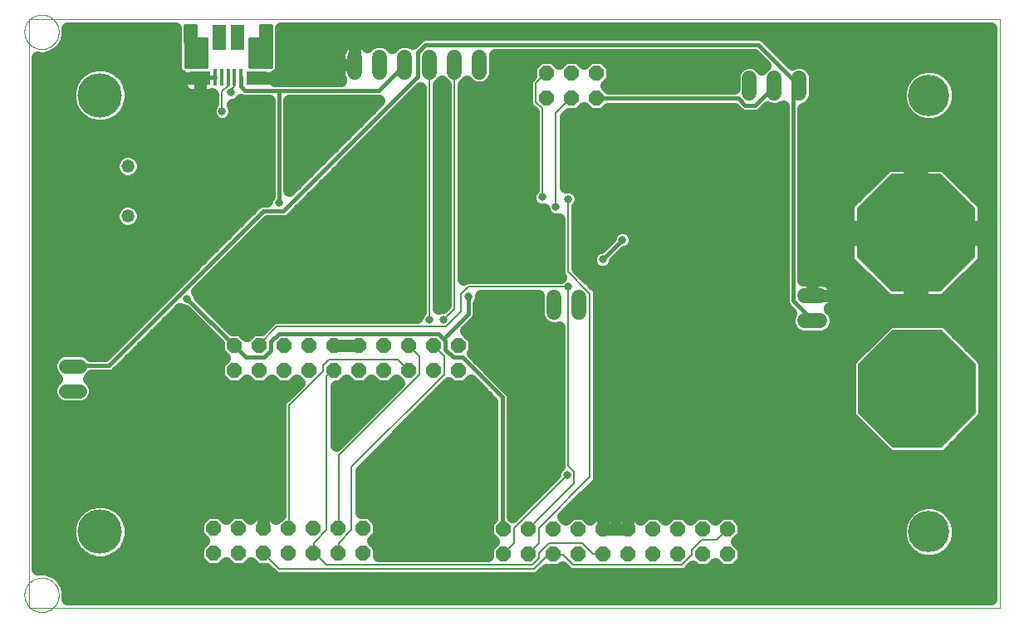
<source format=gbl>
G75*
%MOIN*%
%OFA0B0*%
%FSLAX25Y25*%
%IPPOS*%
%LPD*%
%AMOC8*
5,1,8,0,0,1.08239X$1,22.5*
%
%ADD10C,0.00000*%
%ADD11R,0.01575X0.06732*%
%ADD12R,0.07874X0.05748*%
%ADD13R,0.05413X0.09843*%
%ADD14C,0.01600*%
%ADD15C,0.06000*%
%ADD16OC8,0.06000*%
%ADD17OC8,0.47244*%
%ADD18C,0.05600*%
%ADD19C,0.05200*%
%ADD20C,0.03169*%
%ADD21C,0.05000*%
%ADD22C,0.17780*%
%ADD23C,0.16598*%
%ADD24C,0.00800*%
D10*
X0003500Y0003500D02*
X0003500Y0239720D01*
X0393264Y0239720D01*
X0393264Y0003500D01*
X0003500Y0003500D01*
X0001728Y0008618D02*
X0001730Y0008787D01*
X0001736Y0008956D01*
X0001747Y0009125D01*
X0001761Y0009293D01*
X0001780Y0009461D01*
X0001803Y0009629D01*
X0001829Y0009796D01*
X0001860Y0009962D01*
X0001895Y0010128D01*
X0001934Y0010292D01*
X0001978Y0010456D01*
X0002025Y0010618D01*
X0002076Y0010779D01*
X0002131Y0010939D01*
X0002190Y0011098D01*
X0002252Y0011255D01*
X0002319Y0011410D01*
X0002390Y0011564D01*
X0002464Y0011716D01*
X0002542Y0011866D01*
X0002623Y0012014D01*
X0002708Y0012160D01*
X0002797Y0012304D01*
X0002889Y0012446D01*
X0002985Y0012585D01*
X0003084Y0012722D01*
X0003186Y0012857D01*
X0003292Y0012989D01*
X0003401Y0013118D01*
X0003513Y0013245D01*
X0003628Y0013369D01*
X0003746Y0013490D01*
X0003867Y0013608D01*
X0003991Y0013723D01*
X0004118Y0013835D01*
X0004247Y0013944D01*
X0004379Y0014050D01*
X0004514Y0014152D01*
X0004651Y0014251D01*
X0004790Y0014347D01*
X0004932Y0014439D01*
X0005076Y0014528D01*
X0005222Y0014613D01*
X0005370Y0014694D01*
X0005520Y0014772D01*
X0005672Y0014846D01*
X0005826Y0014917D01*
X0005981Y0014984D01*
X0006138Y0015046D01*
X0006297Y0015105D01*
X0006457Y0015160D01*
X0006618Y0015211D01*
X0006780Y0015258D01*
X0006944Y0015302D01*
X0007108Y0015341D01*
X0007274Y0015376D01*
X0007440Y0015407D01*
X0007607Y0015433D01*
X0007775Y0015456D01*
X0007943Y0015475D01*
X0008111Y0015489D01*
X0008280Y0015500D01*
X0008449Y0015506D01*
X0008618Y0015508D01*
X0008787Y0015506D01*
X0008956Y0015500D01*
X0009125Y0015489D01*
X0009293Y0015475D01*
X0009461Y0015456D01*
X0009629Y0015433D01*
X0009796Y0015407D01*
X0009962Y0015376D01*
X0010128Y0015341D01*
X0010292Y0015302D01*
X0010456Y0015258D01*
X0010618Y0015211D01*
X0010779Y0015160D01*
X0010939Y0015105D01*
X0011098Y0015046D01*
X0011255Y0014984D01*
X0011410Y0014917D01*
X0011564Y0014846D01*
X0011716Y0014772D01*
X0011866Y0014694D01*
X0012014Y0014613D01*
X0012160Y0014528D01*
X0012304Y0014439D01*
X0012446Y0014347D01*
X0012585Y0014251D01*
X0012722Y0014152D01*
X0012857Y0014050D01*
X0012989Y0013944D01*
X0013118Y0013835D01*
X0013245Y0013723D01*
X0013369Y0013608D01*
X0013490Y0013490D01*
X0013608Y0013369D01*
X0013723Y0013245D01*
X0013835Y0013118D01*
X0013944Y0012989D01*
X0014050Y0012857D01*
X0014152Y0012722D01*
X0014251Y0012585D01*
X0014347Y0012446D01*
X0014439Y0012304D01*
X0014528Y0012160D01*
X0014613Y0012014D01*
X0014694Y0011866D01*
X0014772Y0011716D01*
X0014846Y0011564D01*
X0014917Y0011410D01*
X0014984Y0011255D01*
X0015046Y0011098D01*
X0015105Y0010939D01*
X0015160Y0010779D01*
X0015211Y0010618D01*
X0015258Y0010456D01*
X0015302Y0010292D01*
X0015341Y0010128D01*
X0015376Y0009962D01*
X0015407Y0009796D01*
X0015433Y0009629D01*
X0015456Y0009461D01*
X0015475Y0009293D01*
X0015489Y0009125D01*
X0015500Y0008956D01*
X0015506Y0008787D01*
X0015508Y0008618D01*
X0015506Y0008449D01*
X0015500Y0008280D01*
X0015489Y0008111D01*
X0015475Y0007943D01*
X0015456Y0007775D01*
X0015433Y0007607D01*
X0015407Y0007440D01*
X0015376Y0007274D01*
X0015341Y0007108D01*
X0015302Y0006944D01*
X0015258Y0006780D01*
X0015211Y0006618D01*
X0015160Y0006457D01*
X0015105Y0006297D01*
X0015046Y0006138D01*
X0014984Y0005981D01*
X0014917Y0005826D01*
X0014846Y0005672D01*
X0014772Y0005520D01*
X0014694Y0005370D01*
X0014613Y0005222D01*
X0014528Y0005076D01*
X0014439Y0004932D01*
X0014347Y0004790D01*
X0014251Y0004651D01*
X0014152Y0004514D01*
X0014050Y0004379D01*
X0013944Y0004247D01*
X0013835Y0004118D01*
X0013723Y0003991D01*
X0013608Y0003867D01*
X0013490Y0003746D01*
X0013369Y0003628D01*
X0013245Y0003513D01*
X0013118Y0003401D01*
X0012989Y0003292D01*
X0012857Y0003186D01*
X0012722Y0003084D01*
X0012585Y0002985D01*
X0012446Y0002889D01*
X0012304Y0002797D01*
X0012160Y0002708D01*
X0012014Y0002623D01*
X0011866Y0002542D01*
X0011716Y0002464D01*
X0011564Y0002390D01*
X0011410Y0002319D01*
X0011255Y0002252D01*
X0011098Y0002190D01*
X0010939Y0002131D01*
X0010779Y0002076D01*
X0010618Y0002025D01*
X0010456Y0001978D01*
X0010292Y0001934D01*
X0010128Y0001895D01*
X0009962Y0001860D01*
X0009796Y0001829D01*
X0009629Y0001803D01*
X0009461Y0001780D01*
X0009293Y0001761D01*
X0009125Y0001747D01*
X0008956Y0001736D01*
X0008787Y0001730D01*
X0008618Y0001728D01*
X0008449Y0001730D01*
X0008280Y0001736D01*
X0008111Y0001747D01*
X0007943Y0001761D01*
X0007775Y0001780D01*
X0007607Y0001803D01*
X0007440Y0001829D01*
X0007274Y0001860D01*
X0007108Y0001895D01*
X0006944Y0001934D01*
X0006780Y0001978D01*
X0006618Y0002025D01*
X0006457Y0002076D01*
X0006297Y0002131D01*
X0006138Y0002190D01*
X0005981Y0002252D01*
X0005826Y0002319D01*
X0005672Y0002390D01*
X0005520Y0002464D01*
X0005370Y0002542D01*
X0005222Y0002623D01*
X0005076Y0002708D01*
X0004932Y0002797D01*
X0004790Y0002889D01*
X0004651Y0002985D01*
X0004514Y0003084D01*
X0004379Y0003186D01*
X0004247Y0003292D01*
X0004118Y0003401D01*
X0003991Y0003513D01*
X0003867Y0003628D01*
X0003746Y0003746D01*
X0003628Y0003867D01*
X0003513Y0003991D01*
X0003401Y0004118D01*
X0003292Y0004247D01*
X0003186Y0004379D01*
X0003084Y0004514D01*
X0002985Y0004651D01*
X0002889Y0004790D01*
X0002797Y0004932D01*
X0002708Y0005076D01*
X0002623Y0005222D01*
X0002542Y0005370D01*
X0002464Y0005520D01*
X0002390Y0005672D01*
X0002319Y0005826D01*
X0002252Y0005981D01*
X0002190Y0006138D01*
X0002131Y0006297D01*
X0002076Y0006457D01*
X0002025Y0006618D01*
X0001978Y0006780D01*
X0001934Y0006944D01*
X0001895Y0007108D01*
X0001860Y0007274D01*
X0001829Y0007440D01*
X0001803Y0007607D01*
X0001780Y0007775D01*
X0001761Y0007943D01*
X0001747Y0008111D01*
X0001736Y0008280D01*
X0001730Y0008449D01*
X0001728Y0008618D01*
X0001728Y0234602D02*
X0001730Y0234771D01*
X0001736Y0234940D01*
X0001747Y0235109D01*
X0001761Y0235277D01*
X0001780Y0235445D01*
X0001803Y0235613D01*
X0001829Y0235780D01*
X0001860Y0235946D01*
X0001895Y0236112D01*
X0001934Y0236276D01*
X0001978Y0236440D01*
X0002025Y0236602D01*
X0002076Y0236763D01*
X0002131Y0236923D01*
X0002190Y0237082D01*
X0002252Y0237239D01*
X0002319Y0237394D01*
X0002390Y0237548D01*
X0002464Y0237700D01*
X0002542Y0237850D01*
X0002623Y0237998D01*
X0002708Y0238144D01*
X0002797Y0238288D01*
X0002889Y0238430D01*
X0002985Y0238569D01*
X0003084Y0238706D01*
X0003186Y0238841D01*
X0003292Y0238973D01*
X0003401Y0239102D01*
X0003513Y0239229D01*
X0003628Y0239353D01*
X0003746Y0239474D01*
X0003867Y0239592D01*
X0003991Y0239707D01*
X0004118Y0239819D01*
X0004247Y0239928D01*
X0004379Y0240034D01*
X0004514Y0240136D01*
X0004651Y0240235D01*
X0004790Y0240331D01*
X0004932Y0240423D01*
X0005076Y0240512D01*
X0005222Y0240597D01*
X0005370Y0240678D01*
X0005520Y0240756D01*
X0005672Y0240830D01*
X0005826Y0240901D01*
X0005981Y0240968D01*
X0006138Y0241030D01*
X0006297Y0241089D01*
X0006457Y0241144D01*
X0006618Y0241195D01*
X0006780Y0241242D01*
X0006944Y0241286D01*
X0007108Y0241325D01*
X0007274Y0241360D01*
X0007440Y0241391D01*
X0007607Y0241417D01*
X0007775Y0241440D01*
X0007943Y0241459D01*
X0008111Y0241473D01*
X0008280Y0241484D01*
X0008449Y0241490D01*
X0008618Y0241492D01*
X0008787Y0241490D01*
X0008956Y0241484D01*
X0009125Y0241473D01*
X0009293Y0241459D01*
X0009461Y0241440D01*
X0009629Y0241417D01*
X0009796Y0241391D01*
X0009962Y0241360D01*
X0010128Y0241325D01*
X0010292Y0241286D01*
X0010456Y0241242D01*
X0010618Y0241195D01*
X0010779Y0241144D01*
X0010939Y0241089D01*
X0011098Y0241030D01*
X0011255Y0240968D01*
X0011410Y0240901D01*
X0011564Y0240830D01*
X0011716Y0240756D01*
X0011866Y0240678D01*
X0012014Y0240597D01*
X0012160Y0240512D01*
X0012304Y0240423D01*
X0012446Y0240331D01*
X0012585Y0240235D01*
X0012722Y0240136D01*
X0012857Y0240034D01*
X0012989Y0239928D01*
X0013118Y0239819D01*
X0013245Y0239707D01*
X0013369Y0239592D01*
X0013490Y0239474D01*
X0013608Y0239353D01*
X0013723Y0239229D01*
X0013835Y0239102D01*
X0013944Y0238973D01*
X0014050Y0238841D01*
X0014152Y0238706D01*
X0014251Y0238569D01*
X0014347Y0238430D01*
X0014439Y0238288D01*
X0014528Y0238144D01*
X0014613Y0237998D01*
X0014694Y0237850D01*
X0014772Y0237700D01*
X0014846Y0237548D01*
X0014917Y0237394D01*
X0014984Y0237239D01*
X0015046Y0237082D01*
X0015105Y0236923D01*
X0015160Y0236763D01*
X0015211Y0236602D01*
X0015258Y0236440D01*
X0015302Y0236276D01*
X0015341Y0236112D01*
X0015376Y0235946D01*
X0015407Y0235780D01*
X0015433Y0235613D01*
X0015456Y0235445D01*
X0015475Y0235277D01*
X0015489Y0235109D01*
X0015500Y0234940D01*
X0015506Y0234771D01*
X0015508Y0234602D01*
X0015506Y0234433D01*
X0015500Y0234264D01*
X0015489Y0234095D01*
X0015475Y0233927D01*
X0015456Y0233759D01*
X0015433Y0233591D01*
X0015407Y0233424D01*
X0015376Y0233258D01*
X0015341Y0233092D01*
X0015302Y0232928D01*
X0015258Y0232764D01*
X0015211Y0232602D01*
X0015160Y0232441D01*
X0015105Y0232281D01*
X0015046Y0232122D01*
X0014984Y0231965D01*
X0014917Y0231810D01*
X0014846Y0231656D01*
X0014772Y0231504D01*
X0014694Y0231354D01*
X0014613Y0231206D01*
X0014528Y0231060D01*
X0014439Y0230916D01*
X0014347Y0230774D01*
X0014251Y0230635D01*
X0014152Y0230498D01*
X0014050Y0230363D01*
X0013944Y0230231D01*
X0013835Y0230102D01*
X0013723Y0229975D01*
X0013608Y0229851D01*
X0013490Y0229730D01*
X0013369Y0229612D01*
X0013245Y0229497D01*
X0013118Y0229385D01*
X0012989Y0229276D01*
X0012857Y0229170D01*
X0012722Y0229068D01*
X0012585Y0228969D01*
X0012446Y0228873D01*
X0012304Y0228781D01*
X0012160Y0228692D01*
X0012014Y0228607D01*
X0011866Y0228526D01*
X0011716Y0228448D01*
X0011564Y0228374D01*
X0011410Y0228303D01*
X0011255Y0228236D01*
X0011098Y0228174D01*
X0010939Y0228115D01*
X0010779Y0228060D01*
X0010618Y0228009D01*
X0010456Y0227962D01*
X0010292Y0227918D01*
X0010128Y0227879D01*
X0009962Y0227844D01*
X0009796Y0227813D01*
X0009629Y0227787D01*
X0009461Y0227764D01*
X0009293Y0227745D01*
X0009125Y0227731D01*
X0008956Y0227720D01*
X0008787Y0227714D01*
X0008618Y0227712D01*
X0008449Y0227714D01*
X0008280Y0227720D01*
X0008111Y0227731D01*
X0007943Y0227745D01*
X0007775Y0227764D01*
X0007607Y0227787D01*
X0007440Y0227813D01*
X0007274Y0227844D01*
X0007108Y0227879D01*
X0006944Y0227918D01*
X0006780Y0227962D01*
X0006618Y0228009D01*
X0006457Y0228060D01*
X0006297Y0228115D01*
X0006138Y0228174D01*
X0005981Y0228236D01*
X0005826Y0228303D01*
X0005672Y0228374D01*
X0005520Y0228448D01*
X0005370Y0228526D01*
X0005222Y0228607D01*
X0005076Y0228692D01*
X0004932Y0228781D01*
X0004790Y0228873D01*
X0004651Y0228969D01*
X0004514Y0229068D01*
X0004379Y0229170D01*
X0004247Y0229276D01*
X0004118Y0229385D01*
X0003991Y0229497D01*
X0003867Y0229612D01*
X0003746Y0229730D01*
X0003628Y0229851D01*
X0003513Y0229975D01*
X0003401Y0230102D01*
X0003292Y0230231D01*
X0003186Y0230363D01*
X0003084Y0230498D01*
X0002985Y0230635D01*
X0002889Y0230774D01*
X0002797Y0230916D01*
X0002708Y0231060D01*
X0002623Y0231206D01*
X0002542Y0231354D01*
X0002464Y0231504D01*
X0002390Y0231656D01*
X0002319Y0231810D01*
X0002252Y0231965D01*
X0002190Y0232122D01*
X0002131Y0232281D01*
X0002076Y0232441D01*
X0002025Y0232602D01*
X0001978Y0232764D01*
X0001934Y0232928D01*
X0001895Y0233092D01*
X0001860Y0233258D01*
X0001829Y0233424D01*
X0001803Y0233591D01*
X0001780Y0233759D01*
X0001761Y0233927D01*
X0001747Y0234095D01*
X0001736Y0234264D01*
X0001730Y0234433D01*
X0001728Y0234602D01*
D11*
X0078408Y0216430D03*
X0080967Y0216430D03*
X0083526Y0216430D03*
X0086085Y0216430D03*
X0088644Y0216430D03*
D12*
X0094943Y0215919D03*
X0072109Y0215919D03*
D13*
X0079835Y0232297D03*
X0087217Y0232297D03*
D14*
X0092374Y0231726D02*
X0092374Y0220623D01*
X0100544Y0220623D01*
X0100544Y0230741D01*
X0100534Y0230723D01*
X0100534Y0237023D01*
X0096587Y0237041D01*
X0096587Y0231726D01*
X0092374Y0231726D01*
X0092374Y0230489D02*
X0100544Y0230489D01*
X0100534Y0232087D02*
X0096587Y0232087D01*
X0096587Y0233686D02*
X0100534Y0233686D01*
X0100534Y0235284D02*
X0096587Y0235284D01*
X0096587Y0236883D02*
X0100534Y0236883D01*
X0100544Y0228890D02*
X0092374Y0228890D01*
X0092374Y0227292D02*
X0100544Y0227292D01*
X0100544Y0225693D02*
X0092374Y0225693D01*
X0092374Y0224095D02*
X0100544Y0224095D01*
X0100544Y0222496D02*
X0092374Y0222496D01*
X0092374Y0220898D02*
X0100544Y0220898D01*
X0103900Y0211100D02*
X0090300Y0211100D01*
X0088700Y0212700D01*
X0088700Y0216300D01*
X0088644Y0216430D01*
X0078408Y0216430D02*
X0078300Y0216300D01*
X0072300Y0216300D01*
X0072109Y0215919D01*
X0074609Y0220623D02*
X0074609Y0231726D01*
X0070396Y0231726D01*
X0070396Y0237041D01*
X0066428Y0237062D01*
X0066428Y0230763D01*
X0066439Y0230741D01*
X0066439Y0220623D01*
X0074609Y0220623D01*
X0074609Y0220898D02*
X0066439Y0220898D01*
X0066439Y0222496D02*
X0074609Y0222496D01*
X0074609Y0224095D02*
X0066439Y0224095D01*
X0066439Y0225693D02*
X0074609Y0225693D01*
X0074609Y0227292D02*
X0066439Y0227292D01*
X0066439Y0228890D02*
X0074609Y0228890D01*
X0074609Y0230489D02*
X0066439Y0230489D01*
X0066428Y0232087D02*
X0070396Y0232087D01*
X0070396Y0233686D02*
X0066428Y0233686D01*
X0066428Y0235284D02*
X0070396Y0235284D01*
X0070396Y0236883D02*
X0066428Y0236883D01*
X0103900Y0211100D02*
X0103900Y0165900D01*
X0105500Y0162700D02*
X0159500Y0216700D01*
X0159500Y0226300D01*
X0162700Y0229500D01*
X0296300Y0229500D01*
X0312700Y0213100D01*
X0312741Y0212981D01*
X0312700Y0212300D01*
X0310300Y0209900D01*
X0310300Y0126700D01*
X0317900Y0119100D01*
X0317923Y0118709D01*
X0241689Y0151138D02*
X0233815Y0143264D01*
X0179900Y0128300D02*
X0179900Y0121500D01*
X0169900Y0111500D01*
X0170700Y0110700D01*
X0170700Y0107100D01*
X0173900Y0103900D01*
X0177500Y0103900D01*
X0193500Y0087900D01*
X0193500Y0035100D01*
X0193856Y0035020D01*
X0100700Y0106700D02*
X0097900Y0103900D01*
X0090700Y0103900D01*
X0086300Y0108300D01*
X0085853Y0108728D01*
X0085500Y0109100D01*
X0067100Y0127500D01*
X0100700Y0110300D02*
X0100700Y0106700D01*
X0100700Y0110300D02*
X0103900Y0113500D01*
X0167900Y0113500D01*
X0169900Y0111500D01*
X0105500Y0162700D02*
X0097500Y0162700D01*
X0035500Y0100700D01*
X0021100Y0100700D01*
X0021094Y0100513D01*
X0103900Y0211100D02*
X0143900Y0211100D01*
X0154300Y0221500D01*
X0154305Y0221562D01*
X0231330Y0208087D02*
X0231500Y0207900D01*
X0288300Y0207900D01*
X0291100Y0205100D01*
X0295100Y0205100D01*
X0302700Y0212700D01*
X0302741Y0212981D01*
D15*
X0302741Y0215981D02*
X0302741Y0209981D01*
X0312741Y0209981D02*
X0312741Y0215981D01*
X0292741Y0215981D02*
X0292741Y0209981D01*
X0184305Y0218562D02*
X0184305Y0224562D01*
X0174305Y0224562D02*
X0174305Y0218562D01*
X0164305Y0218562D02*
X0164305Y0224562D01*
X0154305Y0224562D02*
X0154305Y0218562D01*
X0144305Y0218562D02*
X0144305Y0224562D01*
X0134305Y0224562D02*
X0134305Y0218562D01*
X0214185Y0128018D02*
X0214185Y0122018D01*
X0224185Y0122018D02*
X0224185Y0128018D01*
X0314923Y0128709D02*
X0320923Y0128709D01*
X0320923Y0118709D02*
X0314923Y0118709D01*
D16*
X0283856Y0035020D03*
X0273856Y0035020D03*
X0263856Y0035020D03*
X0253856Y0035020D03*
X0243856Y0035020D03*
X0233856Y0035020D03*
X0223856Y0035020D03*
X0213856Y0035020D03*
X0203856Y0035020D03*
X0193856Y0035020D03*
X0193856Y0025020D03*
X0203856Y0025020D03*
X0213856Y0025020D03*
X0223856Y0025020D03*
X0233856Y0025020D03*
X0243856Y0025020D03*
X0253856Y0025020D03*
X0263856Y0025020D03*
X0273856Y0025020D03*
X0283856Y0025020D03*
X0175853Y0098728D03*
X0165853Y0098728D03*
X0155853Y0098728D03*
X0145853Y0098728D03*
X0135853Y0098728D03*
X0125853Y0098728D03*
X0115853Y0098728D03*
X0105853Y0098728D03*
X0095853Y0098728D03*
X0085853Y0098728D03*
X0085853Y0108728D03*
X0095853Y0108728D03*
X0105853Y0108728D03*
X0115853Y0108728D03*
X0125853Y0108728D03*
X0135853Y0108728D03*
X0145853Y0108728D03*
X0155853Y0108728D03*
X0165853Y0108728D03*
X0175853Y0108728D03*
X0137551Y0035335D03*
X0127551Y0035335D03*
X0117551Y0035335D03*
X0107551Y0035335D03*
X0097551Y0035335D03*
X0087551Y0035335D03*
X0077551Y0035335D03*
X0077551Y0025335D03*
X0087551Y0025335D03*
X0097551Y0025335D03*
X0107551Y0025335D03*
X0117551Y0025335D03*
X0127551Y0025335D03*
X0137551Y0025335D03*
X0211330Y0208087D03*
X0221330Y0208087D03*
X0221330Y0218087D03*
X0211330Y0218087D03*
X0231330Y0218087D03*
X0231330Y0208087D03*
D17*
X0359438Y0154056D03*
X0359969Y0091470D03*
D18*
X0023894Y0090513D02*
X0018294Y0090513D01*
X0018294Y0100513D02*
X0023894Y0100513D01*
D19*
X0043258Y0160720D03*
X0043258Y0180720D03*
D20*
X0078964Y0161850D03*
X0103900Y0165900D03*
X0140953Y0191340D03*
X0157695Y0184238D03*
X0169342Y0170945D03*
X0180989Y0183509D03*
X0169524Y0199170D03*
X0200862Y0207406D03*
X0209500Y0168300D03*
X0215100Y0164300D03*
X0219900Y0167500D03*
X0241689Y0151138D03*
X0233815Y0143264D03*
X0219900Y0132300D03*
X0196916Y0143465D03*
X0190726Y0128804D03*
X0179900Y0128300D03*
X0169900Y0119100D03*
X0164300Y0119100D03*
X0142427Y0125481D03*
X0112717Y0124267D03*
X0096649Y0134733D03*
X0080221Y0135406D03*
X0067100Y0127500D03*
X0069156Y0106409D03*
X0035258Y0129424D03*
X0107141Y0090820D03*
X0130435Y0083719D03*
X0097805Y0065911D03*
X0077711Y0064600D03*
X0159916Y0057133D03*
X0161736Y0030911D03*
X0219500Y0056700D03*
X0233117Y0082485D03*
X0245065Y0082485D03*
X0199821Y0098218D03*
X0185758Y0089364D03*
X0169342Y0144541D03*
X0193000Y0164572D03*
X0142924Y0169649D03*
X0118896Y0195220D03*
X0116695Y0205294D03*
X0092484Y0203720D03*
X0084700Y0210300D03*
X0081100Y0202700D03*
D21*
X0077400Y0205907D02*
X0076959Y0205467D01*
X0076216Y0203672D01*
X0076216Y0201728D01*
X0076959Y0199933D01*
X0078333Y0198559D01*
X0080128Y0197816D01*
X0082072Y0197816D01*
X0083867Y0198559D01*
X0085241Y0199933D01*
X0085984Y0201728D01*
X0085984Y0203672D01*
X0085262Y0205416D01*
X0085672Y0205416D01*
X0087467Y0206159D01*
X0088652Y0207345D01*
X0089484Y0207000D01*
X0099800Y0207000D01*
X0099800Y0168707D01*
X0099759Y0168667D01*
X0099016Y0166872D01*
X0099016Y0166800D01*
X0096684Y0166800D01*
X0095178Y0166176D01*
X0094024Y0165022D01*
X0033802Y0104800D01*
X0028233Y0104800D01*
X0027349Y0105684D01*
X0025107Y0106613D01*
X0017080Y0106613D01*
X0014838Y0105684D01*
X0013122Y0103968D01*
X0012194Y0101726D01*
X0012194Y0099299D01*
X0013122Y0097057D01*
X0014667Y0095513D01*
X0013122Y0093968D01*
X0012194Y0091726D01*
X0012194Y0089299D01*
X0013122Y0087057D01*
X0014838Y0085341D01*
X0017080Y0084413D01*
X0025107Y0084413D01*
X0027349Y0085341D01*
X0029065Y0087057D01*
X0029994Y0089299D01*
X0029994Y0091726D01*
X0029065Y0093968D01*
X0027520Y0095513D01*
X0028608Y0096600D01*
X0036316Y0096600D01*
X0037822Y0097224D01*
X0064145Y0123547D01*
X0064333Y0123359D01*
X0066128Y0122616D01*
X0066186Y0122616D01*
X0079553Y0109248D01*
X0079553Y0106119D01*
X0081944Y0103728D01*
X0079553Y0101338D01*
X0079553Y0096119D01*
X0083244Y0092428D01*
X0088463Y0092428D01*
X0090853Y0094819D01*
X0093244Y0092428D01*
X0098463Y0092428D01*
X0100853Y0094819D01*
X0103244Y0092428D01*
X0108463Y0092428D01*
X0110853Y0094819D01*
X0111820Y0093852D01*
X0104763Y0086796D01*
X0104200Y0085436D01*
X0104200Y0040893D01*
X0102693Y0039386D01*
X0100244Y0041835D01*
X0097551Y0041835D01*
X0094859Y0041835D01*
X0092410Y0039386D01*
X0090161Y0041635D01*
X0084942Y0041635D01*
X0082551Y0039245D01*
X0080161Y0041635D01*
X0074942Y0041635D01*
X0071251Y0037945D01*
X0071251Y0032726D01*
X0073642Y0030335D01*
X0071251Y0027945D01*
X0071251Y0022726D01*
X0074942Y0019035D01*
X0080161Y0019035D01*
X0082551Y0021426D01*
X0084942Y0019035D01*
X0090161Y0019035D01*
X0092551Y0021426D01*
X0094942Y0019035D01*
X0098732Y0019035D01*
X0101804Y0015963D01*
X0103164Y0015400D01*
X0207036Y0015400D01*
X0208396Y0015963D01*
X0209437Y0017004D01*
X0211199Y0018767D01*
X0211246Y0018720D01*
X0216465Y0018720D01*
X0217556Y0019811D01*
X0218763Y0018604D01*
X0219804Y0017563D01*
X0221164Y0017000D01*
X0266236Y0017000D01*
X0267596Y0017563D01*
X0269999Y0019967D01*
X0271246Y0018720D01*
X0276465Y0018720D01*
X0278856Y0021111D01*
X0281246Y0018720D01*
X0286465Y0018720D01*
X0290156Y0022411D01*
X0290156Y0027630D01*
X0287765Y0030020D01*
X0290156Y0032411D01*
X0290156Y0037630D01*
X0286465Y0041320D01*
X0281246Y0041320D01*
X0278856Y0038930D01*
X0276465Y0041320D01*
X0271246Y0041320D01*
X0268856Y0038930D01*
X0266465Y0041320D01*
X0261246Y0041320D01*
X0258856Y0038930D01*
X0256465Y0041320D01*
X0251246Y0041320D01*
X0248997Y0039071D01*
X0246548Y0041520D01*
X0243856Y0041520D01*
X0243856Y0035020D01*
X0243856Y0035020D01*
X0243856Y0041520D01*
X0241163Y0041520D01*
X0238856Y0039212D01*
X0236548Y0041520D01*
X0233856Y0041520D01*
X0233856Y0035020D01*
X0233856Y0035020D01*
X0237356Y0035020D01*
X0243856Y0035020D01*
X0243856Y0035020D01*
X0233856Y0035020D01*
X0233856Y0035020D01*
X0233856Y0041520D01*
X0231163Y0041520D01*
X0228714Y0039071D01*
X0226465Y0041320D01*
X0221246Y0041320D01*
X0218997Y0039071D01*
X0218050Y0040018D01*
X0231837Y0053804D01*
X0232400Y0055164D01*
X0232400Y0130236D01*
X0231837Y0131596D01*
X0230796Y0132637D01*
X0223600Y0139833D01*
X0223600Y0164293D01*
X0224041Y0164733D01*
X0224784Y0166528D01*
X0224784Y0168472D01*
X0224041Y0170267D01*
X0222667Y0171641D01*
X0220872Y0172384D01*
X0218928Y0172384D01*
X0218800Y0172331D01*
X0218800Y0200367D01*
X0220220Y0201787D01*
X0223940Y0201787D01*
X0226330Y0204178D01*
X0228721Y0201787D01*
X0233940Y0201787D01*
X0235953Y0203800D01*
X0286602Y0203800D01*
X0287624Y0202778D01*
X0288778Y0201624D01*
X0290284Y0201000D01*
X0295916Y0201000D01*
X0297422Y0201624D01*
X0300068Y0204269D01*
X0301488Y0203681D01*
X0303994Y0203681D01*
X0306200Y0204595D01*
X0306200Y0125884D01*
X0306824Y0124378D01*
X0307978Y0123224D01*
X0309390Y0121812D01*
X0308623Y0119962D01*
X0308623Y0117456D01*
X0309583Y0115140D01*
X0311355Y0113368D01*
X0313670Y0112409D01*
X0322177Y0112409D01*
X0324492Y0113368D01*
X0326264Y0115140D01*
X0327223Y0117456D01*
X0327223Y0119962D01*
X0326264Y0122277D01*
X0324942Y0123599D01*
X0325218Y0123811D01*
X0325821Y0124414D01*
X0326340Y0125090D01*
X0326766Y0125828D01*
X0327092Y0126615D01*
X0327312Y0127438D01*
X0327423Y0128283D01*
X0327423Y0128709D01*
X0327423Y0129135D01*
X0327312Y0129980D01*
X0327092Y0130803D01*
X0326766Y0131590D01*
X0326340Y0132328D01*
X0325821Y0133004D01*
X0325218Y0133606D01*
X0324542Y0134125D01*
X0323804Y0134551D01*
X0323017Y0134877D01*
X0322194Y0135097D01*
X0321349Y0135209D01*
X0317923Y0135209D01*
X0314497Y0135209D01*
X0314400Y0135196D01*
X0314400Y0203849D01*
X0316310Y0204640D01*
X0318082Y0206412D01*
X0319041Y0208728D01*
X0319041Y0217234D01*
X0318082Y0219550D01*
X0316310Y0221322D01*
X0313994Y0222281D01*
X0311488Y0222281D01*
X0309953Y0221645D01*
X0298622Y0232976D01*
X0297116Y0233600D01*
X0161884Y0233600D01*
X0160378Y0232976D01*
X0159224Y0231822D01*
X0157471Y0230070D01*
X0155558Y0230862D01*
X0153051Y0230862D01*
X0150736Y0229903D01*
X0149305Y0228472D01*
X0147873Y0229903D01*
X0145558Y0230862D01*
X0143051Y0230862D01*
X0140736Y0229903D01*
X0139414Y0228581D01*
X0139202Y0228857D01*
X0138600Y0229460D01*
X0137924Y0229979D01*
X0137186Y0230405D01*
X0136398Y0230731D01*
X0135575Y0230951D01*
X0134731Y0231062D01*
X0134305Y0231062D01*
X0134305Y0221563D01*
X0134305Y0221563D01*
X0134305Y0231062D01*
X0133879Y0231062D01*
X0133034Y0230951D01*
X0132211Y0230731D01*
X0131424Y0230405D01*
X0130686Y0229979D01*
X0130010Y0229460D01*
X0129407Y0228857D01*
X0128888Y0228181D01*
X0128462Y0227443D01*
X0128136Y0226656D01*
X0127916Y0225833D01*
X0127805Y0224988D01*
X0127805Y0221562D01*
X0127805Y0218136D01*
X0127916Y0217292D01*
X0128136Y0216469D01*
X0128462Y0215681D01*
X0128740Y0215200D01*
X0102380Y0215200D01*
X0102380Y0215918D01*
X0094943Y0215918D01*
X0094943Y0215919D01*
X0102380Y0215919D01*
X0102380Y0216946D01*
X0102866Y0217147D01*
X0104020Y0218301D01*
X0104644Y0219808D01*
X0104644Y0230526D01*
X0104707Y0231123D01*
X0104644Y0231335D01*
X0104644Y0231557D01*
X0104634Y0231581D01*
X0104634Y0236220D01*
X0389764Y0236220D01*
X0389764Y0007000D01*
X0018941Y0007000D01*
X0019008Y0007250D01*
X0019008Y0009986D01*
X0018300Y0012628D01*
X0016932Y0014998D01*
X0014998Y0016932D01*
X0012628Y0018300D01*
X0009986Y0019008D01*
X0007250Y0019008D01*
X0007000Y0018941D01*
X0007000Y0224280D01*
X0007250Y0224213D01*
X0009986Y0224213D01*
X0012628Y0224921D01*
X0014998Y0226288D01*
X0016932Y0228223D01*
X0018300Y0230592D01*
X0019008Y0233235D01*
X0019008Y0235970D01*
X0018941Y0236220D01*
X0062328Y0236220D01*
X0062328Y0231352D01*
X0062264Y0231134D01*
X0062328Y0230542D01*
X0062328Y0229947D01*
X0062339Y0229919D01*
X0062339Y0219808D01*
X0062964Y0218301D01*
X0064117Y0217147D01*
X0064672Y0216918D01*
X0064672Y0215919D01*
X0072109Y0215919D01*
X0072109Y0215918D01*
X0072109Y0209545D01*
X0076390Y0209545D01*
X0076883Y0209642D01*
X0077276Y0209564D01*
X0077400Y0209564D01*
X0077400Y0205907D01*
X0077400Y0208439D02*
X0044233Y0208439D01*
X0044233Y0207604D02*
X0043402Y0204504D01*
X0041798Y0201724D01*
X0039528Y0199454D01*
X0036748Y0197850D01*
X0033648Y0197019D01*
X0030438Y0197019D01*
X0027338Y0197850D01*
X0024559Y0199454D01*
X0022289Y0201724D01*
X0020684Y0204504D01*
X0019854Y0207604D01*
X0019854Y0210813D01*
X0020684Y0213914D01*
X0022289Y0216693D01*
X0024559Y0218963D01*
X0027338Y0220568D01*
X0030438Y0221398D01*
X0033648Y0221398D01*
X0036748Y0220568D01*
X0039528Y0218963D01*
X0041798Y0216693D01*
X0043402Y0213914D01*
X0044233Y0210813D01*
X0044233Y0207604D01*
X0042789Y0203440D02*
X0076216Y0203440D01*
X0078617Y0198442D02*
X0037774Y0198442D01*
X0026312Y0198442D02*
X0007000Y0198442D01*
X0007000Y0203440D02*
X0021298Y0203440D01*
X0019854Y0208439D02*
X0007000Y0208439D01*
X0007000Y0213437D02*
X0020557Y0213437D01*
X0024032Y0218436D02*
X0007000Y0218436D01*
X0007000Y0223434D02*
X0062339Y0223434D01*
X0062339Y0228433D02*
X0017053Y0228433D01*
X0019008Y0233432D02*
X0062328Y0233432D01*
X0062908Y0218436D02*
X0040055Y0218436D01*
X0043530Y0213437D02*
X0064672Y0213437D01*
X0064672Y0212700D02*
X0064806Y0212024D01*
X0065070Y0211387D01*
X0065453Y0210813D01*
X0065941Y0210326D01*
X0066514Y0209943D01*
X0067151Y0209679D01*
X0067827Y0209545D01*
X0072109Y0209545D01*
X0072109Y0215918D01*
X0072109Y0215918D01*
X0064672Y0215918D01*
X0064672Y0212700D01*
X0072109Y0213437D02*
X0072109Y0213437D01*
X0085984Y0203440D02*
X0099800Y0203440D01*
X0099800Y0198442D02*
X0083583Y0198442D01*
X0099800Y0193443D02*
X0007000Y0193443D01*
X0007000Y0188445D02*
X0099800Y0188445D01*
X0099800Y0183446D02*
X0048515Y0183446D01*
X0048260Y0184062D02*
X0049158Y0181894D01*
X0049158Y0179547D01*
X0048260Y0177378D01*
X0046601Y0175719D01*
X0044432Y0174820D01*
X0042085Y0174820D01*
X0039916Y0175719D01*
X0038257Y0177378D01*
X0037358Y0179547D01*
X0037358Y0181894D01*
X0038257Y0184062D01*
X0039916Y0185722D01*
X0042085Y0186620D01*
X0044432Y0186620D01*
X0046601Y0185722D01*
X0048260Y0184062D01*
X0048703Y0178448D02*
X0099800Y0178448D01*
X0099800Y0173449D02*
X0007000Y0173449D01*
X0007000Y0178448D02*
X0037814Y0178448D01*
X0038002Y0183446D02*
X0007000Y0183446D01*
X0007000Y0168451D02*
X0099670Y0168451D01*
X0108000Y0170998D02*
X0108000Y0207000D01*
X0144002Y0207000D01*
X0108000Y0170998D01*
X0108000Y0173449D02*
X0110451Y0173449D01*
X0108000Y0178448D02*
X0115450Y0178448D01*
X0122048Y0173449D02*
X0160600Y0173449D01*
X0160600Y0178448D02*
X0127046Y0178448D01*
X0132045Y0183446D02*
X0160600Y0183446D01*
X0160600Y0188445D02*
X0137043Y0188445D01*
X0142042Y0193443D02*
X0160600Y0193443D01*
X0160600Y0198442D02*
X0147040Y0198442D01*
X0152039Y0203440D02*
X0160600Y0203440D01*
X0160600Y0208439D02*
X0157037Y0208439D01*
X0160600Y0212002D02*
X0160600Y0122307D01*
X0160159Y0121867D01*
X0159416Y0120072D01*
X0159416Y0120000D01*
X0102364Y0120000D01*
X0101004Y0119437D01*
X0099963Y0118396D01*
X0096596Y0115028D01*
X0093244Y0115028D01*
X0090853Y0112638D01*
X0088463Y0115028D01*
X0085370Y0115028D01*
X0071984Y0128414D01*
X0071984Y0128472D01*
X0071241Y0130267D01*
X0071053Y0130455D01*
X0099198Y0158600D01*
X0106316Y0158600D01*
X0107822Y0159224D01*
X0160600Y0212002D01*
X0168000Y0213348D02*
X0168000Y0123600D01*
X0168928Y0123984D01*
X0169552Y0123984D01*
X0170600Y0125033D01*
X0170600Y0213358D01*
X0169305Y0214653D01*
X0168000Y0213348D01*
X0168089Y0213437D02*
X0170520Y0213437D01*
X0170600Y0208439D02*
X0168000Y0208439D01*
X0168000Y0203440D02*
X0170600Y0203440D01*
X0170600Y0198442D02*
X0168000Y0198442D01*
X0168000Y0193443D02*
X0170600Y0193443D01*
X0170600Y0188445D02*
X0168000Y0188445D01*
X0168000Y0183446D02*
X0170600Y0183446D01*
X0170600Y0178448D02*
X0168000Y0178448D01*
X0168000Y0173449D02*
X0170600Y0173449D01*
X0170600Y0168451D02*
X0168000Y0168451D01*
X0168000Y0163452D02*
X0170600Y0163452D01*
X0170600Y0158454D02*
X0168000Y0158454D01*
X0168000Y0153455D02*
X0170600Y0153455D01*
X0170600Y0148457D02*
X0168000Y0148457D01*
X0168000Y0143458D02*
X0170600Y0143458D01*
X0170600Y0138460D02*
X0168000Y0138460D01*
X0168000Y0133461D02*
X0170600Y0133461D01*
X0170600Y0128463D02*
X0168000Y0128463D01*
X0160600Y0128463D02*
X0071984Y0128463D01*
X0074060Y0133461D02*
X0160600Y0133461D01*
X0160600Y0138460D02*
X0079058Y0138460D01*
X0084057Y0143458D02*
X0160600Y0143458D01*
X0160600Y0148457D02*
X0089055Y0148457D01*
X0094054Y0153455D02*
X0160600Y0153455D01*
X0160600Y0158454D02*
X0099052Y0158454D01*
X0092454Y0163452D02*
X0048513Y0163452D01*
X0048260Y0164062D02*
X0046601Y0165722D01*
X0044432Y0166620D01*
X0042085Y0166620D01*
X0039916Y0165722D01*
X0038257Y0164062D01*
X0037358Y0161894D01*
X0037358Y0159547D01*
X0038257Y0157378D01*
X0039916Y0155719D01*
X0042085Y0154820D01*
X0044432Y0154820D01*
X0046601Y0155719D01*
X0048260Y0157378D01*
X0049158Y0159547D01*
X0049158Y0161894D01*
X0048260Y0164062D01*
X0048706Y0158454D02*
X0087456Y0158454D01*
X0082457Y0153455D02*
X0007000Y0153455D01*
X0007000Y0148457D02*
X0077459Y0148457D01*
X0072460Y0143458D02*
X0007000Y0143458D01*
X0007000Y0138460D02*
X0067462Y0138460D01*
X0062463Y0133461D02*
X0007000Y0133461D01*
X0007000Y0128463D02*
X0057465Y0128463D01*
X0052466Y0123464D02*
X0007000Y0123464D01*
X0007000Y0118466D02*
X0047467Y0118466D01*
X0042469Y0113467D02*
X0007000Y0113467D01*
X0007000Y0108469D02*
X0037470Y0108469D01*
X0044068Y0103470D02*
X0081686Y0103470D01*
X0079553Y0098472D02*
X0039070Y0098472D01*
X0029270Y0093473D02*
X0082199Y0093473D01*
X0089508Y0093473D02*
X0092199Y0093473D01*
X0099508Y0093473D02*
X0102199Y0093473D01*
X0106442Y0088475D02*
X0029652Y0088475D01*
X0012535Y0088475D02*
X0007000Y0088475D01*
X0007000Y0093473D02*
X0012917Y0093473D01*
X0012537Y0098472D02*
X0007000Y0098472D01*
X0007000Y0103470D02*
X0012916Y0103470D01*
X0007000Y0083476D02*
X0104200Y0083476D01*
X0104200Y0078478D02*
X0007000Y0078478D01*
X0007000Y0073479D02*
X0104200Y0073479D01*
X0104200Y0068481D02*
X0007000Y0068481D01*
X0007000Y0063482D02*
X0104200Y0063482D01*
X0104200Y0058484D02*
X0007000Y0058484D01*
X0007000Y0053485D02*
X0104200Y0053485D01*
X0104200Y0048487D02*
X0007000Y0048487D01*
X0007000Y0043488D02*
X0024281Y0043488D01*
X0024559Y0043766D02*
X0022289Y0041496D01*
X0020684Y0038717D01*
X0019854Y0035617D01*
X0019854Y0032407D01*
X0020684Y0029307D01*
X0022289Y0026527D01*
X0024559Y0024258D01*
X0027338Y0022653D01*
X0030438Y0021822D01*
X0033648Y0021822D01*
X0036748Y0022653D01*
X0039528Y0024258D01*
X0041798Y0026527D01*
X0043402Y0029307D01*
X0044233Y0032407D01*
X0044233Y0035617D01*
X0043402Y0038717D01*
X0041798Y0041496D01*
X0039528Y0043766D01*
X0036748Y0045371D01*
X0033648Y0046202D01*
X0030438Y0046202D01*
X0027338Y0045371D01*
X0024559Y0043766D01*
X0020623Y0038490D02*
X0007000Y0038490D01*
X0007000Y0033491D02*
X0019854Y0033491D01*
X0021154Y0028493D02*
X0007000Y0028493D01*
X0007000Y0023494D02*
X0025881Y0023494D01*
X0038206Y0023494D02*
X0071251Y0023494D01*
X0071799Y0028493D02*
X0042932Y0028493D01*
X0044233Y0033491D02*
X0071251Y0033491D01*
X0071796Y0038490D02*
X0043463Y0038490D01*
X0039806Y0043488D02*
X0104200Y0043488D01*
X0097551Y0041835D02*
X0097551Y0035335D01*
X0097551Y0041835D01*
X0097551Y0038490D02*
X0097551Y0038490D01*
X0097551Y0035335D02*
X0097551Y0035335D01*
X0099272Y0018496D02*
X0011898Y0018496D01*
X0017798Y0013497D02*
X0389764Y0013497D01*
X0389764Y0018496D02*
X0268528Y0018496D01*
X0289293Y0028493D02*
X0354513Y0028493D01*
X0353912Y0029535D02*
X0355439Y0026890D01*
X0357598Y0024730D01*
X0360243Y0023203D01*
X0363193Y0022413D01*
X0366248Y0022413D01*
X0369198Y0023203D01*
X0371843Y0024730D01*
X0374002Y0026890D01*
X0375529Y0029535D01*
X0376320Y0032485D01*
X0376320Y0035539D01*
X0375529Y0038489D01*
X0374002Y0041134D01*
X0371843Y0043293D01*
X0369198Y0044821D01*
X0366248Y0045611D01*
X0363193Y0045611D01*
X0360243Y0044821D01*
X0357598Y0043293D01*
X0355439Y0041134D01*
X0353912Y0038489D01*
X0353121Y0035539D01*
X0353121Y0032485D01*
X0353912Y0029535D01*
X0353121Y0033491D02*
X0290156Y0033491D01*
X0289296Y0038490D02*
X0353912Y0038490D01*
X0357935Y0043488D02*
X0221521Y0043488D01*
X0226519Y0048487D02*
X0389764Y0048487D01*
X0389764Y0053485D02*
X0231518Y0053485D01*
X0232400Y0058484D02*
X0389764Y0058484D01*
X0389764Y0063482D02*
X0232400Y0063482D01*
X0232400Y0068481D02*
X0344885Y0068481D01*
X0348817Y0064548D02*
X0371120Y0064548D01*
X0386891Y0080319D01*
X0386891Y0102622D01*
X0371120Y0118392D01*
X0348817Y0118392D01*
X0333047Y0102622D01*
X0333047Y0080319D01*
X0348817Y0064548D01*
X0339886Y0073479D02*
X0232400Y0073479D01*
X0232400Y0078478D02*
X0334888Y0078478D01*
X0333047Y0083476D02*
X0232400Y0083476D01*
X0232400Y0088475D02*
X0333047Y0088475D01*
X0333047Y0093473D02*
X0232400Y0093473D01*
X0232400Y0098472D02*
X0333047Y0098472D01*
X0333895Y0103470D02*
X0232400Y0103470D01*
X0232400Y0108469D02*
X0338894Y0108469D01*
X0343892Y0113467D02*
X0324592Y0113467D01*
X0327223Y0118466D02*
X0389764Y0118466D01*
X0389764Y0123464D02*
X0325077Y0123464D01*
X0327423Y0128463D02*
X0346674Y0128463D01*
X0348204Y0126934D02*
X0356938Y0126934D01*
X0356938Y0151555D01*
X0361938Y0151555D01*
X0361938Y0126934D01*
X0370672Y0126934D01*
X0386560Y0142821D01*
X0386560Y0151556D01*
X0361938Y0151556D01*
X0361938Y0156556D01*
X0356938Y0156556D01*
X0356938Y0181178D01*
X0348204Y0181178D01*
X0332316Y0165290D01*
X0332316Y0156556D01*
X0356938Y0156556D01*
X0356938Y0151556D01*
X0332316Y0151556D01*
X0332316Y0142821D01*
X0348204Y0126934D01*
X0356938Y0128463D02*
X0361938Y0128463D01*
X0361938Y0133461D02*
X0356938Y0133461D01*
X0356938Y0138460D02*
X0361938Y0138460D01*
X0361938Y0143458D02*
X0356938Y0143458D01*
X0356938Y0148457D02*
X0361938Y0148457D01*
X0361938Y0153455D02*
X0389764Y0153455D01*
X0386560Y0156556D02*
X0386560Y0165290D01*
X0370672Y0181178D01*
X0361938Y0181178D01*
X0361938Y0156556D01*
X0386560Y0156556D01*
X0386560Y0158454D02*
X0389764Y0158454D01*
X0389764Y0163452D02*
X0386560Y0163452D01*
X0383399Y0168451D02*
X0389764Y0168451D01*
X0389764Y0173449D02*
X0378401Y0173449D01*
X0373402Y0178448D02*
X0389764Y0178448D01*
X0389764Y0183446D02*
X0314400Y0183446D01*
X0314400Y0178448D02*
X0345474Y0178448D01*
X0340475Y0173449D02*
X0314400Y0173449D01*
X0314400Y0168451D02*
X0335477Y0168451D01*
X0332316Y0163452D02*
X0314400Y0163452D01*
X0314400Y0158454D02*
X0332316Y0158454D01*
X0332316Y0148457D02*
X0314400Y0148457D01*
X0314400Y0153455D02*
X0356938Y0153455D01*
X0356938Y0158454D02*
X0361938Y0158454D01*
X0361938Y0163452D02*
X0356938Y0163452D01*
X0356938Y0168451D02*
X0361938Y0168451D01*
X0361938Y0173449D02*
X0356938Y0173449D01*
X0356938Y0178448D02*
X0361938Y0178448D01*
X0389764Y0188445D02*
X0314400Y0188445D01*
X0314400Y0193443D02*
X0389764Y0193443D01*
X0389764Y0198442D02*
X0369270Y0198442D01*
X0369198Y0198400D02*
X0371843Y0199927D01*
X0374002Y0202087D01*
X0375529Y0204732D01*
X0376320Y0207682D01*
X0376320Y0210736D01*
X0375529Y0213686D01*
X0374002Y0216331D01*
X0371843Y0218490D01*
X0369198Y0220017D01*
X0366248Y0220808D01*
X0363193Y0220808D01*
X0360243Y0220017D01*
X0357598Y0218490D01*
X0355439Y0216331D01*
X0353912Y0213686D01*
X0353121Y0210736D01*
X0353121Y0207682D01*
X0353912Y0204732D01*
X0355439Y0202087D01*
X0357598Y0199927D01*
X0360243Y0198400D01*
X0363193Y0197609D01*
X0366248Y0197609D01*
X0369198Y0198400D01*
X0374784Y0203440D02*
X0389764Y0203440D01*
X0389764Y0208439D02*
X0376320Y0208439D01*
X0375596Y0213437D02*
X0389764Y0213437D01*
X0389764Y0218436D02*
X0371897Y0218436D01*
X0357544Y0218436D02*
X0318543Y0218436D01*
X0319041Y0213437D02*
X0353845Y0213437D01*
X0353121Y0208439D02*
X0318921Y0208439D01*
X0314400Y0203440D02*
X0354657Y0203440D01*
X0360171Y0198442D02*
X0314400Y0198442D01*
X0306200Y0198442D02*
X0218800Y0198442D01*
X0218800Y0193443D02*
X0306200Y0193443D01*
X0306200Y0188445D02*
X0218800Y0188445D01*
X0218800Y0183446D02*
X0306200Y0183446D01*
X0306200Y0178448D02*
X0218800Y0178448D01*
X0218800Y0173449D02*
X0306200Y0173449D01*
X0306200Y0168451D02*
X0224784Y0168451D01*
X0223600Y0163452D02*
X0306200Y0163452D01*
X0306200Y0158454D02*
X0223600Y0158454D01*
X0223600Y0153455D02*
X0237362Y0153455D01*
X0237548Y0153904D02*
X0236805Y0152109D01*
X0236805Y0152052D01*
X0232901Y0148148D01*
X0232843Y0148148D01*
X0231048Y0147404D01*
X0229674Y0146030D01*
X0228931Y0144235D01*
X0228931Y0142292D01*
X0229674Y0140497D01*
X0231048Y0139123D01*
X0232843Y0138380D01*
X0234786Y0138380D01*
X0236582Y0139123D01*
X0237956Y0140497D01*
X0238699Y0142292D01*
X0238699Y0142350D01*
X0242603Y0146254D01*
X0242661Y0146254D01*
X0244456Y0146997D01*
X0245830Y0148371D01*
X0246573Y0150166D01*
X0246573Y0152109D01*
X0245830Y0153904D01*
X0244456Y0155278D01*
X0242661Y0156022D01*
X0240717Y0156022D01*
X0238922Y0155278D01*
X0237548Y0153904D01*
X0233210Y0148457D02*
X0223600Y0148457D01*
X0223600Y0143458D02*
X0228931Y0143458D01*
X0232650Y0138460D02*
X0224973Y0138460D01*
X0229971Y0133461D02*
X0306200Y0133461D01*
X0306200Y0138460D02*
X0234980Y0138460D01*
X0239808Y0143458D02*
X0306200Y0143458D01*
X0306200Y0148457D02*
X0245865Y0148457D01*
X0246016Y0153455D02*
X0306200Y0153455D01*
X0314400Y0143458D02*
X0332316Y0143458D01*
X0336677Y0138460D02*
X0314400Y0138460D01*
X0317923Y0135209D02*
X0317923Y0128709D01*
X0317923Y0128709D01*
X0317923Y0135209D01*
X0317923Y0133461D02*
X0317923Y0133461D01*
X0317924Y0128709D02*
X0327423Y0128709D01*
X0317924Y0128709D01*
X0317924Y0128709D01*
X0325363Y0133461D02*
X0341676Y0133461D01*
X0372202Y0128463D02*
X0389764Y0128463D01*
X0389764Y0133461D02*
X0377200Y0133461D01*
X0382199Y0138460D02*
X0389764Y0138460D01*
X0389764Y0143458D02*
X0386560Y0143458D01*
X0386560Y0148457D02*
X0389764Y0148457D01*
X0389764Y0113467D02*
X0376045Y0113467D01*
X0381044Y0108469D02*
X0389764Y0108469D01*
X0389764Y0103470D02*
X0386042Y0103470D01*
X0386891Y0098472D02*
X0389764Y0098472D01*
X0389764Y0093473D02*
X0386891Y0093473D01*
X0386891Y0088475D02*
X0389764Y0088475D01*
X0389764Y0083476D02*
X0386891Y0083476D01*
X0385050Y0078478D02*
X0389764Y0078478D01*
X0389764Y0073479D02*
X0380051Y0073479D01*
X0375053Y0068481D02*
X0389764Y0068481D01*
X0389764Y0043488D02*
X0371505Y0043488D01*
X0375529Y0038490D02*
X0389764Y0038490D01*
X0389764Y0033491D02*
X0376320Y0033491D01*
X0374928Y0028493D02*
X0389764Y0028493D01*
X0389764Y0023494D02*
X0369702Y0023494D01*
X0359739Y0023494D02*
X0290156Y0023494D01*
X0243856Y0038490D02*
X0243856Y0038490D01*
X0233856Y0038490D02*
X0233856Y0038490D01*
X0211053Y0053485D02*
X0197600Y0053485D01*
X0197600Y0058484D02*
X0214952Y0058484D01*
X0214616Y0057672D02*
X0214616Y0057048D01*
X0197676Y0040109D01*
X0197600Y0040185D01*
X0197600Y0088716D01*
X0196976Y0090222D01*
X0181616Y0105582D01*
X0182153Y0106119D01*
X0182153Y0111338D01*
X0178845Y0114646D01*
X0183376Y0119178D01*
X0184000Y0120684D01*
X0184000Y0125493D01*
X0184041Y0125533D01*
X0184784Y0127328D01*
X0184784Y0128600D01*
X0207885Y0128600D01*
X0207885Y0120764D01*
X0208844Y0118449D01*
X0210617Y0116677D01*
X0212932Y0115718D01*
X0215438Y0115718D01*
X0216200Y0116033D01*
X0216200Y0060307D01*
X0215359Y0059467D01*
X0214616Y0057672D01*
X0216200Y0063482D02*
X0197600Y0063482D01*
X0197600Y0068481D02*
X0216200Y0068481D01*
X0216200Y0073479D02*
X0197600Y0073479D01*
X0197600Y0078478D02*
X0216200Y0078478D01*
X0216200Y0083476D02*
X0197600Y0083476D01*
X0197600Y0088475D02*
X0216200Y0088475D01*
X0216200Y0093473D02*
X0193725Y0093473D01*
X0188727Y0098472D02*
X0216200Y0098472D01*
X0216200Y0103470D02*
X0183728Y0103470D01*
X0182153Y0108469D02*
X0216200Y0108469D01*
X0216200Y0113467D02*
X0180024Y0113467D01*
X0182664Y0118466D02*
X0208837Y0118466D01*
X0207885Y0123464D02*
X0184000Y0123464D01*
X0184784Y0128463D02*
X0207885Y0128463D01*
X0216693Y0136000D02*
X0179164Y0136000D01*
X0178000Y0135518D01*
X0178000Y0213348D01*
X0179305Y0214653D01*
X0180736Y0213222D01*
X0183051Y0212262D01*
X0185558Y0212262D01*
X0187873Y0213222D01*
X0189646Y0214994D01*
X0190605Y0217309D01*
X0190605Y0225400D01*
X0294602Y0225400D01*
X0298926Y0221076D01*
X0297741Y0219891D01*
X0296310Y0221322D01*
X0293994Y0222281D01*
X0291488Y0222281D01*
X0289172Y0221322D01*
X0287400Y0219550D01*
X0286441Y0217234D01*
X0286441Y0212000D01*
X0236327Y0212000D01*
X0235240Y0213087D01*
X0237630Y0215478D01*
X0237630Y0220697D01*
X0233940Y0224387D01*
X0228721Y0224387D01*
X0226330Y0221997D01*
X0223940Y0224387D01*
X0218721Y0224387D01*
X0216330Y0221997D01*
X0213940Y0224387D01*
X0208721Y0224387D01*
X0205030Y0220697D01*
X0205030Y0217063D01*
X0203963Y0215996D01*
X0203400Y0214636D01*
X0203400Y0205564D01*
X0203963Y0204204D01*
X0205004Y0203163D01*
X0205800Y0202367D01*
X0205800Y0171507D01*
X0205359Y0171067D01*
X0204616Y0169272D01*
X0204616Y0167328D01*
X0205359Y0165533D01*
X0206733Y0164159D01*
X0208528Y0163416D01*
X0210216Y0163416D01*
X0210216Y0163328D01*
X0210959Y0161533D01*
X0212333Y0160159D01*
X0214128Y0159416D01*
X0216072Y0159416D01*
X0216200Y0159469D01*
X0216200Y0139036D01*
X0216200Y0137564D01*
X0216763Y0136204D01*
X0216830Y0136137D01*
X0216693Y0136000D01*
X0216200Y0138460D02*
X0178000Y0138460D01*
X0178000Y0143458D02*
X0216200Y0143458D01*
X0216200Y0148457D02*
X0178000Y0148457D01*
X0178000Y0153455D02*
X0216200Y0153455D01*
X0216200Y0158454D02*
X0178000Y0158454D01*
X0178000Y0163452D02*
X0208440Y0163452D01*
X0204616Y0168451D02*
X0178000Y0168451D01*
X0178000Y0173449D02*
X0205800Y0173449D01*
X0205800Y0178448D02*
X0178000Y0178448D01*
X0178000Y0183446D02*
X0205800Y0183446D01*
X0205800Y0188445D02*
X0178000Y0188445D01*
X0178000Y0193443D02*
X0205800Y0193443D01*
X0205800Y0198442D02*
X0178000Y0198442D01*
X0178000Y0203440D02*
X0204727Y0203440D01*
X0203400Y0208439D02*
X0178000Y0208439D01*
X0178089Y0213437D02*
X0180520Y0213437D01*
X0188089Y0213437D02*
X0203400Y0213437D01*
X0205030Y0218436D02*
X0190605Y0218436D01*
X0190605Y0223434D02*
X0207768Y0223434D01*
X0214893Y0223434D02*
X0217768Y0223434D01*
X0224893Y0223434D02*
X0227768Y0223434D01*
X0234893Y0223434D02*
X0296567Y0223434D01*
X0303165Y0228433D02*
X0389764Y0228433D01*
X0389764Y0223434D02*
X0308164Y0223434D01*
X0297522Y0233432D02*
X0389764Y0233432D01*
X0306200Y0203440D02*
X0299239Y0203440D01*
X0286961Y0203440D02*
X0235593Y0203440D01*
X0227068Y0203440D02*
X0225593Y0203440D01*
X0235590Y0213437D02*
X0286441Y0213437D01*
X0286939Y0218436D02*
X0237630Y0218436D01*
X0161478Y0233432D02*
X0104634Y0233432D01*
X0104644Y0228433D02*
X0129082Y0228433D01*
X0134305Y0228433D02*
X0134305Y0228433D01*
X0134305Y0223434D02*
X0134305Y0223434D01*
X0134305Y0221562D02*
X0134305Y0221562D01*
X0127805Y0221562D01*
X0134305Y0221562D01*
X0127805Y0223434D02*
X0104644Y0223434D01*
X0104076Y0218436D02*
X0127805Y0218436D01*
X0140442Y0203440D02*
X0108000Y0203440D01*
X0108000Y0198442D02*
X0135444Y0198442D01*
X0130445Y0193443D02*
X0108000Y0193443D01*
X0108000Y0188445D02*
X0125447Y0188445D01*
X0120448Y0183446D02*
X0108000Y0183446D01*
X0117049Y0168451D02*
X0160600Y0168451D01*
X0160600Y0163452D02*
X0112051Y0163452D01*
X0076934Y0123464D02*
X0160600Y0123464D01*
X0135853Y0108728D02*
X0135853Y0108728D01*
X0129353Y0108728D01*
X0125853Y0108728D01*
X0125853Y0108728D01*
X0135853Y0108728D01*
X0130853Y0094819D02*
X0133244Y0092428D01*
X0138463Y0092428D01*
X0140853Y0094819D01*
X0143244Y0092428D01*
X0148463Y0092428D01*
X0150853Y0094819D01*
X0151820Y0093852D01*
X0126800Y0068833D01*
X0126800Y0092428D01*
X0128463Y0092428D01*
X0130853Y0094819D01*
X0129508Y0093473D02*
X0132199Y0093473D01*
X0139508Y0093473D02*
X0142199Y0093473D01*
X0146442Y0088475D02*
X0126800Y0088475D01*
X0126800Y0083476D02*
X0141444Y0083476D01*
X0136445Y0078478D02*
X0126800Y0078478D01*
X0126800Y0073479D02*
X0131447Y0073479D01*
X0141915Y0063482D02*
X0189400Y0063482D01*
X0189400Y0058484D02*
X0136916Y0058484D01*
X0136800Y0058367D02*
X0172052Y0093620D01*
X0173244Y0092428D01*
X0178463Y0092428D01*
X0180818Y0094784D01*
X0189400Y0086202D01*
X0189400Y0039474D01*
X0187556Y0037630D01*
X0187556Y0032411D01*
X0189946Y0030020D01*
X0187556Y0027630D01*
X0187556Y0024400D01*
X0143851Y0024400D01*
X0143851Y0027945D01*
X0141461Y0030335D01*
X0143851Y0032726D01*
X0143851Y0037945D01*
X0140161Y0041635D01*
X0136800Y0041635D01*
X0136800Y0058367D01*
X0136800Y0053485D02*
X0189400Y0053485D01*
X0189400Y0048487D02*
X0136800Y0048487D01*
X0136800Y0043488D02*
X0189400Y0043488D01*
X0188416Y0038490D02*
X0143306Y0038490D01*
X0143851Y0033491D02*
X0187556Y0033491D01*
X0188419Y0028493D02*
X0143303Y0028493D01*
X0197600Y0043488D02*
X0201056Y0043488D01*
X0197600Y0048487D02*
X0206054Y0048487D01*
X0189400Y0068481D02*
X0146913Y0068481D01*
X0151912Y0073479D02*
X0189400Y0073479D01*
X0189400Y0078478D02*
X0156910Y0078478D01*
X0161909Y0083476D02*
X0189400Y0083476D01*
X0187127Y0088475D02*
X0166907Y0088475D01*
X0171906Y0093473D02*
X0172199Y0093473D01*
X0179508Y0093473D02*
X0182129Y0093473D01*
X0151441Y0093473D02*
X0149508Y0093473D01*
X0111441Y0093473D02*
X0109508Y0093473D01*
X0091683Y0113467D02*
X0090024Y0113467D01*
X0081932Y0118466D02*
X0100033Y0118466D01*
X0079553Y0108469D02*
X0049067Y0108469D01*
X0054066Y0113467D02*
X0075334Y0113467D01*
X0070336Y0118466D02*
X0059064Y0118466D01*
X0064063Y0123464D02*
X0064228Y0123464D01*
X0037811Y0158454D02*
X0007000Y0158454D01*
X0007000Y0163452D02*
X0038004Y0163452D01*
X0232400Y0128463D02*
X0306200Y0128463D01*
X0307737Y0123464D02*
X0232400Y0123464D01*
X0232400Y0118466D02*
X0308623Y0118466D01*
X0311255Y0113467D02*
X0232400Y0113467D01*
X0218872Y0018496D02*
X0210928Y0018496D01*
X0389764Y0008499D02*
X0019008Y0008499D01*
D22*
X0032043Y0034012D03*
X0032043Y0209209D03*
D23*
X0364720Y0209209D03*
X0364720Y0034012D03*
D24*
X0283856Y0035020D02*
X0283500Y0034700D01*
X0279500Y0030700D01*
X0273500Y0030700D01*
X0269500Y0026700D01*
X0269500Y0024700D01*
X0265500Y0020700D01*
X0221900Y0020700D01*
X0217900Y0024700D01*
X0213900Y0024700D01*
X0213856Y0025020D01*
X0213500Y0024700D01*
X0211900Y0024700D01*
X0206300Y0019100D01*
X0103900Y0019100D01*
X0097900Y0025100D01*
X0097551Y0025335D01*
X0107551Y0035335D02*
X0107900Y0035500D01*
X0107900Y0084700D01*
X0121500Y0098300D01*
X0121500Y0100700D01*
X0123900Y0103100D01*
X0151500Y0103100D01*
X0155500Y0099100D01*
X0155853Y0098728D01*
X0160300Y0097100D02*
X0160300Y0104300D01*
X0155900Y0108700D01*
X0155853Y0108728D01*
X0165853Y0108728D02*
X0165900Y0108700D01*
X0170300Y0104300D01*
X0170300Y0097100D01*
X0133100Y0059900D01*
X0133100Y0034700D01*
X0127900Y0029500D01*
X0127900Y0025500D01*
X0127551Y0025335D01*
X0123100Y0020700D02*
X0118300Y0025500D01*
X0117551Y0025335D01*
X0117900Y0025500D01*
X0117900Y0029500D01*
X0123100Y0034700D01*
X0123100Y0096300D01*
X0125500Y0098700D01*
X0125853Y0098728D01*
X0103100Y0116300D02*
X0171100Y0116300D01*
X0177100Y0122300D01*
X0177100Y0129500D01*
X0179900Y0132300D01*
X0219900Y0132300D01*
X0219900Y0060300D01*
X0222300Y0057900D01*
X0222300Y0053500D01*
X0203900Y0035100D01*
X0203856Y0035020D01*
X0208300Y0035500D02*
X0208300Y0029500D01*
X0203900Y0025100D01*
X0203856Y0025020D01*
X0208300Y0025500D02*
X0208300Y0023500D01*
X0205500Y0020700D01*
X0123100Y0020700D01*
X0127551Y0035335D02*
X0127900Y0035500D01*
X0127900Y0064700D01*
X0160300Y0097100D01*
X0164300Y0119100D02*
X0164300Y0221500D01*
X0164305Y0221562D01*
X0174300Y0221500D02*
X0174305Y0221562D01*
X0174300Y0221500D02*
X0174300Y0123500D01*
X0169900Y0119100D01*
X0219900Y0138300D02*
X0228700Y0129500D01*
X0228700Y0055900D01*
X0208300Y0035500D01*
X0212300Y0029500D02*
X0208300Y0025500D01*
X0212300Y0029500D02*
X0225500Y0029500D01*
X0229900Y0025100D01*
X0233500Y0025100D01*
X0233856Y0025020D01*
X0219500Y0056700D02*
X0198300Y0035500D01*
X0198300Y0029500D01*
X0193900Y0025100D01*
X0193856Y0025020D01*
X0103100Y0116300D02*
X0095900Y0109100D01*
X0095853Y0108728D01*
X0209500Y0168300D02*
X0209500Y0203900D01*
X0207100Y0206300D01*
X0207100Y0213900D01*
X0211100Y0217900D01*
X0211330Y0218087D01*
X0221100Y0207900D02*
X0221330Y0208087D01*
X0221100Y0207900D02*
X0215100Y0201900D01*
X0215100Y0164300D01*
X0219900Y0167500D02*
X0219900Y0138300D01*
X0084700Y0210300D02*
X0084700Y0211500D01*
X0085900Y0212700D01*
X0085900Y0216300D01*
X0086085Y0216430D01*
X0083526Y0216430D02*
X0083500Y0216300D01*
X0083500Y0213100D01*
X0081100Y0210700D01*
X0081100Y0202700D01*
M02*

</source>
